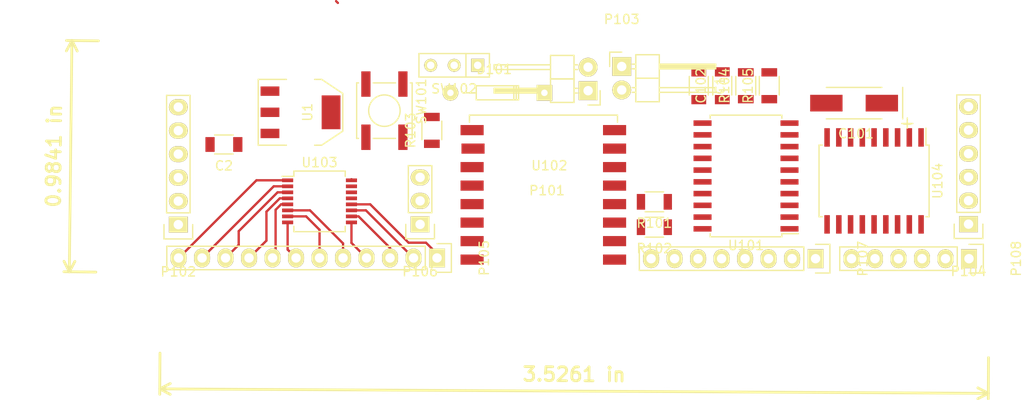
<source format=kicad_pcb>
(kicad_pcb (version 4) (host pcbnew 4.0.2-stable)

  (general
    (links 95)
    (no_connects 83)
    (area 108.463632 65.614999 219.1794 111.135597)
    (thickness 1.6)
    (drawings 2)
    (tracks 39)
    (zones 0)
    (modules 25)
    (nets 44)
  )

  (page A4)
  (layers
    (0 F.Cu signal)
    (31 B.Cu signal)
    (32 B.Adhes user)
    (33 F.Adhes user)
    (34 B.Paste user)
    (35 F.Paste user)
    (36 B.SilkS user)
    (37 F.SilkS user)
    (38 B.Mask user)
    (39 F.Mask user)
    (40 Dwgs.User user)
    (41 Cmts.User user)
    (42 Eco1.User user)
    (43 Eco2.User user)
    (44 Edge.Cuts user)
    (45 Margin user)
    (46 B.CrtYd user)
    (47 F.CrtYd user)
    (48 B.Fab user)
    (49 F.Fab user)
  )

  (setup
    (last_trace_width 0.3)
    (trace_clearance 0.3)
    (zone_clearance 0.508)
    (zone_45_only no)
    (trace_min 0.25)
    (segment_width 0.2)
    (edge_width 0.15)
    (via_size 0.6)
    (via_drill 0.4)
    (via_min_size 0.3)
    (via_min_drill 0.3)
    (uvia_size 0.3)
    (uvia_drill 0.1)
    (uvias_allowed yes)
    (uvia_min_size 0.2)
    (uvia_min_drill 0.1)
    (pcb_text_width 0.3)
    (pcb_text_size 1.5 1.5)
    (mod_edge_width 0.15)
    (mod_text_size 1 1)
    (mod_text_width 0.15)
    (pad_size 1.524 1.524)
    (pad_drill 0.762)
    (pad_to_mask_clearance 0.2)
    (aux_axis_origin 0 0)
    (visible_elements FFFFFF7F)
    (pcbplotparams
      (layerselection 0x00030_80000001)
      (usegerberextensions false)
      (excludeedgelayer true)
      (linewidth 0.100000)
      (plotframeref false)
      (viasonmask false)
      (mode 1)
      (useauxorigin false)
      (hpglpennumber 1)
      (hpglpenspeed 20)
      (hpglpendiameter 15)
      (hpglpenoverlay 2)
      (psnegative false)
      (psa4output false)
      (plotreference true)
      (plotvalue true)
      (plotinvisibletext false)
      (padsonsilk false)
      (subtractmaskfromsilk false)
      (outputformat 1)
      (mirror false)
      (drillshape 1)
      (scaleselection 1)
      (outputdirectory ""))
  )

  (net 0 "")
  (net 1 VDD)
  (net 2 GND)
  (net 3 VCC)
  (net 4 M1+)
  (net 5 M1-)
  (net 6 ENC1_A)
  (net 7 ENC1_B)
  (net 8 M2+)
  (net 9 M2-)
  (net 10 ENC2_A)
  (net 11 ENC2_B)
  (net 12 "Net-(P105-Pad1)")
  (net 13 "Net-(P105-Pad2)")
  (net 14 "Net-(P105-Pad3)")
  (net 15 "Net-(P105-Pad4)")
  (net 16 "Net-(P105-Pad5)")
  (net 17 "Net-(P105-Pad6)")
  (net 18 "Net-(P105-Pad7)")
  (net 19 "Net-(P105-Pad8)")
  (net 20 "Net-(P105-Pad9)")
  (net 21 "Net-(P105-Pad10)")
  (net 22 "Net-(P105-Pad11)")
  (net 23 "Net-(P105-Pad12)")
  (net 24 TX)
  (net 25 RX)
  (net 26 SDA)
  (net 27 SCL)
  (net 28 "Net-(R101-Pad2)")
  (net 29 "Net-(R102-Pad2)")
  (net 30 M1_A)
  (net 31 M1_B)
  (net 32 M2_B)
  (net 33 M2_A)
  (net 34 EN1)
  (net 35 EN2)
  (net 36 "Net-(P108-Pad3)")
  (net 37 "Net-(P108-Pad4)")
  (net 38 "Net-(P108-Pad5)")
  (net 39 "Net-(P108-Pad6)")
  (net 40 "Net-(R103-Pad1)")
  (net 41 "Net-(P103-Pad1)")
  (net 42 "Net-(D101-Pad2)")
  (net 43 "Net-(D101-Pad1)")

  (net_class Default "Esta es la clase de red por defecto."
    (clearance 0.3)
    (trace_width 0.3)
    (via_dia 0.6)
    (via_drill 0.4)
    (uvia_dia 0.3)
    (uvia_drill 0.1)
    (add_net EN1)
    (add_net EN2)
    (add_net ENC1_A)
    (add_net ENC1_B)
    (add_net ENC2_A)
    (add_net ENC2_B)
    (add_net M1+)
    (add_net M1-)
    (add_net M1_A)
    (add_net M1_B)
    (add_net M2+)
    (add_net M2-)
    (add_net M2_A)
    (add_net M2_B)
    (add_net "Net-(D101-Pad1)")
    (add_net "Net-(D101-Pad2)")
    (add_net "Net-(P108-Pad3)")
    (add_net "Net-(P108-Pad4)")
    (add_net "Net-(P108-Pad5)")
    (add_net "Net-(P108-Pad6)")
    (add_net "Net-(R101-Pad2)")
    (add_net "Net-(R102-Pad2)")
    (add_net "Net-(R103-Pad1)")
    (add_net RX)
    (add_net TX)
  )

  (net_class power ""
    (clearance 0.3)
    (trace_width 0.3)
    (via_dia 0.8)
    (via_drill 0.4)
    (uvia_dia 0.3)
    (uvia_drill 0.1)
    (add_net VCC)
  )

  (net_class small ""
    (clearance 0.25)
    (trace_width 0.25)
    (via_dia 0.6)
    (via_drill 0.4)
    (uvia_dia 0.3)
    (uvia_drill 0.1)
    (add_net "Net-(P103-Pad1)")
    (add_net "Net-(P105-Pad1)")
    (add_net "Net-(P105-Pad10)")
    (add_net "Net-(P105-Pad11)")
    (add_net "Net-(P105-Pad12)")
    (add_net "Net-(P105-Pad2)")
    (add_net "Net-(P105-Pad3)")
    (add_net "Net-(P105-Pad4)")
    (add_net "Net-(P105-Pad5)")
    (add_net "Net-(P105-Pad6)")
    (add_net "Net-(P105-Pad7)")
    (add_net "Net-(P105-Pad8)")
    (add_net "Net-(P105-Pad9)")
  )

  (net_class special ""
    (clearance 0.2)
    (trace_width 0.3)
    (via_dia 0.6)
    (via_drill 0.4)
    (uvia_dia 0.3)
    (uvia_drill 0.1)
    (add_net GND)
    (add_net SCL)
    (add_net SDA)
    (add_net VDD)
  )

  (net_class special+ ""
    (clearance 0.15)
    (trace_width 0.3)
    (via_dia 0.6)
    (via_drill 0.4)
    (uvia_dia 0.3)
    (uvia_drill 0.1)
  )

  (module Pin_Headers:Pin_Header_Angled_1x02 (layer F.Cu) (tedit 5721DD12) (tstamp 57140865)
    (at 171.831 75.7174 180)
    (descr "Through hole pin header")
    (tags "pin header")
    (path /57125BEC)
    (fp_text reference P101 (at 4.445 -10.795 180) (layer F.SilkS)
      (effects (font (size 1 1) (thickness 0.15)))
    )
    (fp_text value CONN_01X02 (at 0 -3.1 180) (layer F.Fab)
      (effects (font (size 1 1) (thickness 0.15)))
    )
    (fp_line (start -1.5 -1.75) (end -1.5 4.3) (layer F.CrtYd) (width 0.05))
    (fp_line (start 10.65 -1.75) (end 10.65 4.3) (layer F.CrtYd) (width 0.05))
    (fp_line (start -1.5 -1.75) (end 10.65 -1.75) (layer F.CrtYd) (width 0.05))
    (fp_line (start -1.5 4.3) (end 10.65 4.3) (layer F.CrtYd) (width 0.05))
    (fp_line (start -1.3 -1.55) (end -1.3 0) (layer F.SilkS) (width 0.15))
    (fp_line (start 0 -1.55) (end -1.3 -1.55) (layer F.SilkS) (width 0.15))
    (fp_line (start 4.191 -0.127) (end 10.033 -0.127) (layer F.SilkS) (width 0.15))
    (fp_line (start 10.033 -0.127) (end 10.033 0.127) (layer F.SilkS) (width 0.15))
    (fp_line (start 10.033 0.127) (end 4.191 0.127) (layer F.SilkS) (width 0.15))
    (fp_line (start 4.191 0.127) (end 4.191 0) (layer F.SilkS) (width 0.15))
    (fp_line (start 4.191 0) (end 10.033 0) (layer F.SilkS) (width 0.15))
    (fp_line (start 1.524 -0.254) (end 1.143 -0.254) (layer F.SilkS) (width 0.15))
    (fp_line (start 1.524 0.254) (end 1.143 0.254) (layer F.SilkS) (width 0.15))
    (fp_line (start 1.524 2.286) (end 1.143 2.286) (layer F.SilkS) (width 0.15))
    (fp_line (start 1.524 2.794) (end 1.143 2.794) (layer F.SilkS) (width 0.15))
    (fp_line (start 1.524 -1.27) (end 4.064 -1.27) (layer F.SilkS) (width 0.15))
    (fp_line (start 1.524 1.27) (end 4.064 1.27) (layer F.SilkS) (width 0.15))
    (fp_line (start 1.524 1.27) (end 1.524 3.81) (layer F.SilkS) (width 0.15))
    (fp_line (start 1.524 3.81) (end 4.064 3.81) (layer F.SilkS) (width 0.15))
    (fp_line (start 4.064 2.286) (end 10.16 2.286) (layer F.SilkS) (width 0.15))
    (fp_line (start 10.16 2.286) (end 10.16 2.794) (layer F.SilkS) (width 0.15))
    (fp_line (start 10.16 2.794) (end 4.064 2.794) (layer F.SilkS) (width 0.15))
    (fp_line (start 4.064 3.81) (end 4.064 1.27) (layer F.SilkS) (width 0.15))
    (fp_line (start 4.064 1.27) (end 4.064 -1.27) (layer F.SilkS) (width 0.15))
    (fp_line (start 10.16 0.254) (end 4.064 0.254) (layer F.SilkS) (width 0.15))
    (fp_line (start 10.16 -0.254) (end 10.16 0.254) (layer F.SilkS) (width 0.15))
    (fp_line (start 4.064 -0.254) (end 10.16 -0.254) (layer F.SilkS) (width 0.15))
    (fp_line (start 1.524 1.27) (end 4.064 1.27) (layer F.SilkS) (width 0.15))
    (fp_line (start 1.524 -1.27) (end 1.524 1.27) (layer F.SilkS) (width 0.15))
    (pad 1 thru_hole rect (at 0 0 180) (size 2.032 2.032) (drill 1.016) (layers *.Cu *.Mask F.SilkS)
      (net 2 GND))
    (pad 2 thru_hole oval (at 0 2.54 180) (size 2.032 2.032) (drill 1.016) (layers *.Cu *.Mask F.SilkS)
      (net 43 "Net-(D101-Pad1)"))
    (model Pin_Headers.3dshapes/Pin_Header_Angled_1x02.wrl
      (at (xyz 0 -0.05 0))
      (scale (xyz 1 1 1))
      (rotate (xyz 0 0 90))
    )
  )

  (module Pin_Headers:Pin_Header_Straight_1x06 (layer F.Cu) (tedit 0) (tstamp 5714087A)
    (at 127.5334 90.1954 180)
    (descr "Through hole pin header")
    (tags "pin header")
    (path /57125BDE)
    (fp_text reference P102 (at 0 -5.1 180) (layer F.SilkS)
      (effects (font (size 1 1) (thickness 0.15)))
    )
    (fp_text value CONN_01X06 (at 0 -3.1 180) (layer F.Fab)
      (effects (font (size 1 1) (thickness 0.15)))
    )
    (fp_line (start -1.75 -1.75) (end -1.75 14.45) (layer F.CrtYd) (width 0.05))
    (fp_line (start 1.75 -1.75) (end 1.75 14.45) (layer F.CrtYd) (width 0.05))
    (fp_line (start -1.75 -1.75) (end 1.75 -1.75) (layer F.CrtYd) (width 0.05))
    (fp_line (start -1.75 14.45) (end 1.75 14.45) (layer F.CrtYd) (width 0.05))
    (fp_line (start 1.27 1.27) (end 1.27 13.97) (layer F.SilkS) (width 0.15))
    (fp_line (start 1.27 13.97) (end -1.27 13.97) (layer F.SilkS) (width 0.15))
    (fp_line (start -1.27 13.97) (end -1.27 1.27) (layer F.SilkS) (width 0.15))
    (fp_line (start 1.55 -1.55) (end 1.55 0) (layer F.SilkS) (width 0.15))
    (fp_line (start 1.27 1.27) (end -1.27 1.27) (layer F.SilkS) (width 0.15))
    (fp_line (start -1.55 0) (end -1.55 -1.55) (layer F.SilkS) (width 0.15))
    (fp_line (start -1.55 -1.55) (end 1.55 -1.55) (layer F.SilkS) (width 0.15))
    (pad 1 thru_hole rect (at 0 0 180) (size 2.032 1.7272) (drill 1.016) (layers *.Cu *.Mask F.SilkS)
      (net 4 M1+))
    (pad 2 thru_hole oval (at 0 2.54 180) (size 2.032 1.7272) (drill 1.016) (layers *.Cu *.Mask F.SilkS)
      (net 5 M1-))
    (pad 3 thru_hole oval (at 0 5.08 180) (size 2.032 1.7272) (drill 1.016) (layers *.Cu *.Mask F.SilkS)
      (net 1 VDD))
    (pad 4 thru_hole oval (at 0 7.62 180) (size 2.032 1.7272) (drill 1.016) (layers *.Cu *.Mask F.SilkS)
      (net 2 GND))
    (pad 5 thru_hole oval (at 0 10.16 180) (size 2.032 1.7272) (drill 1.016) (layers *.Cu *.Mask F.SilkS)
      (net 6 ENC1_A))
    (pad 6 thru_hole oval (at 0 12.7 180) (size 2.032 1.7272) (drill 1.016) (layers *.Cu *.Mask F.SilkS)
      (net 7 ENC1_B))
    (model Pin_Headers.3dshapes/Pin_Header_Straight_1x06.wrl
      (at (xyz 0 -0.25 0))
      (scale (xyz 1 1 1))
      (rotate (xyz 0 0 90))
    )
  )

  (module Pin_Headers:Pin_Header_Angled_1x02 (layer F.Cu) (tedit 0) (tstamp 5714089D)
    (at 175.4632 73.1012)
    (descr "Through hole pin header")
    (tags "pin header")
    (path /57125BEB)
    (fp_text reference P103 (at 0 -5.1) (layer F.SilkS)
      (effects (font (size 1 1) (thickness 0.15)))
    )
    (fp_text value CONN_01X02 (at 0 -3.1) (layer F.Fab)
      (effects (font (size 1 1) (thickness 0.15)))
    )
    (fp_line (start -1.5 -1.75) (end -1.5 4.3) (layer F.CrtYd) (width 0.05))
    (fp_line (start 10.65 -1.75) (end 10.65 4.3) (layer F.CrtYd) (width 0.05))
    (fp_line (start -1.5 -1.75) (end 10.65 -1.75) (layer F.CrtYd) (width 0.05))
    (fp_line (start -1.5 4.3) (end 10.65 4.3) (layer F.CrtYd) (width 0.05))
    (fp_line (start -1.3 -1.55) (end -1.3 0) (layer F.SilkS) (width 0.15))
    (fp_line (start 0 -1.55) (end -1.3 -1.55) (layer F.SilkS) (width 0.15))
    (fp_line (start 4.191 -0.127) (end 10.033 -0.127) (layer F.SilkS) (width 0.15))
    (fp_line (start 10.033 -0.127) (end 10.033 0.127) (layer F.SilkS) (width 0.15))
    (fp_line (start 10.033 0.127) (end 4.191 0.127) (layer F.SilkS) (width 0.15))
    (fp_line (start 4.191 0.127) (end 4.191 0) (layer F.SilkS) (width 0.15))
    (fp_line (start 4.191 0) (end 10.033 0) (layer F.SilkS) (width 0.15))
    (fp_line (start 1.524 -0.254) (end 1.143 -0.254) (layer F.SilkS) (width 0.15))
    (fp_line (start 1.524 0.254) (end 1.143 0.254) (layer F.SilkS) (width 0.15))
    (fp_line (start 1.524 2.286) (end 1.143 2.286) (layer F.SilkS) (width 0.15))
    (fp_line (start 1.524 2.794) (end 1.143 2.794) (layer F.SilkS) (width 0.15))
    (fp_line (start 1.524 -1.27) (end 4.064 -1.27) (layer F.SilkS) (width 0.15))
    (fp_line (start 1.524 1.27) (end 4.064 1.27) (layer F.SilkS) (width 0.15))
    (fp_line (start 1.524 1.27) (end 1.524 3.81) (layer F.SilkS) (width 0.15))
    (fp_line (start 1.524 3.81) (end 4.064 3.81) (layer F.SilkS) (width 0.15))
    (fp_line (start 4.064 2.286) (end 10.16 2.286) (layer F.SilkS) (width 0.15))
    (fp_line (start 10.16 2.286) (end 10.16 2.794) (layer F.SilkS) (width 0.15))
    (fp_line (start 10.16 2.794) (end 4.064 2.794) (layer F.SilkS) (width 0.15))
    (fp_line (start 4.064 3.81) (end 4.064 1.27) (layer F.SilkS) (width 0.15))
    (fp_line (start 4.064 1.27) (end 4.064 -1.27) (layer F.SilkS) (width 0.15))
    (fp_line (start 10.16 0.254) (end 4.064 0.254) (layer F.SilkS) (width 0.15))
    (fp_line (start 10.16 -0.254) (end 10.16 0.254) (layer F.SilkS) (width 0.15))
    (fp_line (start 4.064 -0.254) (end 10.16 -0.254) (layer F.SilkS) (width 0.15))
    (fp_line (start 1.524 1.27) (end 4.064 1.27) (layer F.SilkS) (width 0.15))
    (fp_line (start 1.524 -1.27) (end 1.524 1.27) (layer F.SilkS) (width 0.15))
    (pad 1 thru_hole rect (at 0 0) (size 2.032 2.032) (drill 1.016) (layers *.Cu *.Mask F.SilkS)
      (net 41 "Net-(P103-Pad1)"))
    (pad 2 thru_hole oval (at 0 2.54) (size 2.032 2.032) (drill 1.016) (layers *.Cu *.Mask F.SilkS)
      (net 3 VCC))
    (model Pin_Headers.3dshapes/Pin_Header_Angled_1x02.wrl
      (at (xyz 0 -0.05 0))
      (scale (xyz 1 1 1))
      (rotate (xyz 0 0 90))
    )
  )

  (module Pin_Headers:Pin_Header_Straight_1x06 (layer F.Cu) (tedit 0) (tstamp 571408B2)
    (at 212.9536 90.1446 180)
    (descr "Through hole pin header")
    (tags "pin header")
    (path /57125BDD)
    (fp_text reference P104 (at 0 -5.1 180) (layer F.SilkS)
      (effects (font (size 1 1) (thickness 0.15)))
    )
    (fp_text value CONN_01X06 (at 0 -3.1 180) (layer F.Fab)
      (effects (font (size 1 1) (thickness 0.15)))
    )
    (fp_line (start -1.75 -1.75) (end -1.75 14.45) (layer F.CrtYd) (width 0.05))
    (fp_line (start 1.75 -1.75) (end 1.75 14.45) (layer F.CrtYd) (width 0.05))
    (fp_line (start -1.75 -1.75) (end 1.75 -1.75) (layer F.CrtYd) (width 0.05))
    (fp_line (start -1.75 14.45) (end 1.75 14.45) (layer F.CrtYd) (width 0.05))
    (fp_line (start 1.27 1.27) (end 1.27 13.97) (layer F.SilkS) (width 0.15))
    (fp_line (start 1.27 13.97) (end -1.27 13.97) (layer F.SilkS) (width 0.15))
    (fp_line (start -1.27 13.97) (end -1.27 1.27) (layer F.SilkS) (width 0.15))
    (fp_line (start 1.55 -1.55) (end 1.55 0) (layer F.SilkS) (width 0.15))
    (fp_line (start 1.27 1.27) (end -1.27 1.27) (layer F.SilkS) (width 0.15))
    (fp_line (start -1.55 0) (end -1.55 -1.55) (layer F.SilkS) (width 0.15))
    (fp_line (start -1.55 -1.55) (end 1.55 -1.55) (layer F.SilkS) (width 0.15))
    (pad 1 thru_hole rect (at 0 0 180) (size 2.032 1.7272) (drill 1.016) (layers *.Cu *.Mask F.SilkS)
      (net 8 M2+))
    (pad 2 thru_hole oval (at 0 2.54 180) (size 2.032 1.7272) (drill 1.016) (layers *.Cu *.Mask F.SilkS)
      (net 9 M2-))
    (pad 3 thru_hole oval (at 0 5.08 180) (size 2.032 1.7272) (drill 1.016) (layers *.Cu *.Mask F.SilkS)
      (net 1 VDD))
    (pad 4 thru_hole oval (at 0 7.62 180) (size 2.032 1.7272) (drill 1.016) (layers *.Cu *.Mask F.SilkS)
      (net 2 GND))
    (pad 5 thru_hole oval (at 0 10.16 180) (size 2.032 1.7272) (drill 1.016) (layers *.Cu *.Mask F.SilkS)
      (net 10 ENC2_A))
    (pad 6 thru_hole oval (at 0 12.7 180) (size 2.032 1.7272) (drill 1.016) (layers *.Cu *.Mask F.SilkS)
      (net 11 ENC2_B))
    (model Pin_Headers.3dshapes/Pin_Header_Straight_1x06.wrl
      (at (xyz 0 -0.25 0))
      (scale (xyz 1 1 1))
      (rotate (xyz 0 0 90))
    )
  )

  (module Pin_Headers:Pin_Header_Straight_1x12 (layer F.Cu) (tedit 0) (tstamp 571408CD)
    (at 155.4988 93.8022 270)
    (descr "Through hole pin header")
    (tags "pin header")
    (path /57125BDF)
    (fp_text reference P105 (at 0 -5.1 270) (layer F.SilkS)
      (effects (font (size 1 1) (thickness 0.15)))
    )
    (fp_text value CONN_01X12 (at 0 -3.1 270) (layer F.Fab)
      (effects (font (size 1 1) (thickness 0.15)))
    )
    (fp_line (start -1.75 -1.75) (end -1.75 29.7) (layer F.CrtYd) (width 0.05))
    (fp_line (start 1.75 -1.75) (end 1.75 29.7) (layer F.CrtYd) (width 0.05))
    (fp_line (start -1.75 -1.75) (end 1.75 -1.75) (layer F.CrtYd) (width 0.05))
    (fp_line (start -1.75 29.7) (end 1.75 29.7) (layer F.CrtYd) (width 0.05))
    (fp_line (start 1.27 1.27) (end 1.27 29.21) (layer F.SilkS) (width 0.15))
    (fp_line (start 1.27 29.21) (end -1.27 29.21) (layer F.SilkS) (width 0.15))
    (fp_line (start -1.27 29.21) (end -1.27 1.27) (layer F.SilkS) (width 0.15))
    (fp_line (start 1.55 -1.55) (end 1.55 0) (layer F.SilkS) (width 0.15))
    (fp_line (start 1.27 1.27) (end -1.27 1.27) (layer F.SilkS) (width 0.15))
    (fp_line (start -1.55 0) (end -1.55 -1.55) (layer F.SilkS) (width 0.15))
    (fp_line (start -1.55 -1.55) (end 1.55 -1.55) (layer F.SilkS) (width 0.15))
    (pad 1 thru_hole rect (at 0 0 270) (size 2.032 1.7272) (drill 1.016) (layers *.Cu *.Mask F.SilkS)
      (net 12 "Net-(P105-Pad1)"))
    (pad 2 thru_hole oval (at 0 2.54 270) (size 2.032 1.7272) (drill 1.016) (layers *.Cu *.Mask F.SilkS)
      (net 13 "Net-(P105-Pad2)"))
    (pad 3 thru_hole oval (at 0 5.08 270) (size 2.032 1.7272) (drill 1.016) (layers *.Cu *.Mask F.SilkS)
      (net 14 "Net-(P105-Pad3)"))
    (pad 4 thru_hole oval (at 0 7.62 270) (size 2.032 1.7272) (drill 1.016) (layers *.Cu *.Mask F.SilkS)
      (net 15 "Net-(P105-Pad4)"))
    (pad 5 thru_hole oval (at 0 10.16 270) (size 2.032 1.7272) (drill 1.016) (layers *.Cu *.Mask F.SilkS)
      (net 16 "Net-(P105-Pad5)"))
    (pad 6 thru_hole oval (at 0 12.7 270) (size 2.032 1.7272) (drill 1.016) (layers *.Cu *.Mask F.SilkS)
      (net 17 "Net-(P105-Pad6)"))
    (pad 7 thru_hole oval (at 0 15.24 270) (size 2.032 1.7272) (drill 1.016) (layers *.Cu *.Mask F.SilkS)
      (net 18 "Net-(P105-Pad7)"))
    (pad 8 thru_hole oval (at 0 17.78 270) (size 2.032 1.7272) (drill 1.016) (layers *.Cu *.Mask F.SilkS)
      (net 19 "Net-(P105-Pad8)"))
    (pad 9 thru_hole oval (at 0 20.32 270) (size 2.032 1.7272) (drill 1.016) (layers *.Cu *.Mask F.SilkS)
      (net 20 "Net-(P105-Pad9)"))
    (pad 10 thru_hole oval (at 0 22.86 270) (size 2.032 1.7272) (drill 1.016) (layers *.Cu *.Mask F.SilkS)
      (net 21 "Net-(P105-Pad10)"))
    (pad 11 thru_hole oval (at 0 25.4 270) (size 2.032 1.7272) (drill 1.016) (layers *.Cu *.Mask F.SilkS)
      (net 22 "Net-(P105-Pad11)"))
    (pad 12 thru_hole oval (at 0 27.94 270) (size 2.032 1.7272) (drill 1.016) (layers *.Cu *.Mask F.SilkS)
      (net 23 "Net-(P105-Pad12)"))
    (model Pin_Headers.3dshapes/Pin_Header_Straight_1x12.wrl
      (at (xyz 0 -0.55 0))
      (scale (xyz 1 1 1))
      (rotate (xyz 0 0 90))
    )
  )

  (module Pin_Headers:Pin_Header_Straight_1x03 (layer F.Cu) (tedit 0) (tstamp 571408DF)
    (at 153.67 90.17 180)
    (descr "Through hole pin header")
    (tags "pin header")
    (path /571460B6)
    (fp_text reference P106 (at 0 -5.1 180) (layer F.SilkS)
      (effects (font (size 1 1) (thickness 0.15)))
    )
    (fp_text value CONN_01X03 (at 0 -3.1 180) (layer F.Fab)
      (effects (font (size 1 1) (thickness 0.15)))
    )
    (fp_line (start -1.75 -1.75) (end -1.75 6.85) (layer F.CrtYd) (width 0.05))
    (fp_line (start 1.75 -1.75) (end 1.75 6.85) (layer F.CrtYd) (width 0.05))
    (fp_line (start -1.75 -1.75) (end 1.75 -1.75) (layer F.CrtYd) (width 0.05))
    (fp_line (start -1.75 6.85) (end 1.75 6.85) (layer F.CrtYd) (width 0.05))
    (fp_line (start -1.27 1.27) (end -1.27 6.35) (layer F.SilkS) (width 0.15))
    (fp_line (start -1.27 6.35) (end 1.27 6.35) (layer F.SilkS) (width 0.15))
    (fp_line (start 1.27 6.35) (end 1.27 1.27) (layer F.SilkS) (width 0.15))
    (fp_line (start 1.55 -1.55) (end 1.55 0) (layer F.SilkS) (width 0.15))
    (fp_line (start 1.27 1.27) (end -1.27 1.27) (layer F.SilkS) (width 0.15))
    (fp_line (start -1.55 0) (end -1.55 -1.55) (layer F.SilkS) (width 0.15))
    (fp_line (start -1.55 -1.55) (end 1.55 -1.55) (layer F.SilkS) (width 0.15))
    (pad 1 thru_hole rect (at 0 0 180) (size 2.032 1.7272) (drill 1.016) (layers *.Cu *.Mask F.SilkS)
      (net 24 TX))
    (pad 2 thru_hole oval (at 0 2.54 180) (size 2.032 1.7272) (drill 1.016) (layers *.Cu *.Mask F.SilkS)
      (net 2 GND))
    (pad 3 thru_hole oval (at 0 5.08 180) (size 2.032 1.7272) (drill 1.016) (layers *.Cu *.Mask F.SilkS)
      (net 25 RX))
    (model Pin_Headers.3dshapes/Pin_Header_Straight_1x03.wrl
      (at (xyz 0 -0.1 0))
      (scale (xyz 1 1 1))
      (rotate (xyz 0 0 90))
    )
  )

  (module Pin_Headers:Pin_Header_Straight_1x08 (layer F.Cu) (tedit 0) (tstamp 57140908)
    (at 196.4182 93.8784 270)
    (descr "Through hole pin header")
    (tags "pin header")
    (path /5713D03F)
    (fp_text reference P107 (at 0 -5.1 270) (layer F.SilkS)
      (effects (font (size 1 1) (thickness 0.15)))
    )
    (fp_text value CONN_I2C_MPU6050 (at 0 -3.1 270) (layer F.Fab)
      (effects (font (size 1 1) (thickness 0.15)))
    )
    (fp_line (start -1.75 -1.75) (end -1.75 19.55) (layer F.CrtYd) (width 0.05))
    (fp_line (start 1.75 -1.75) (end 1.75 19.55) (layer F.CrtYd) (width 0.05))
    (fp_line (start -1.75 -1.75) (end 1.75 -1.75) (layer F.CrtYd) (width 0.05))
    (fp_line (start -1.75 19.55) (end 1.75 19.55) (layer F.CrtYd) (width 0.05))
    (fp_line (start 1.27 1.27) (end 1.27 19.05) (layer F.SilkS) (width 0.15))
    (fp_line (start 1.27 19.05) (end -1.27 19.05) (layer F.SilkS) (width 0.15))
    (fp_line (start -1.27 19.05) (end -1.27 1.27) (layer F.SilkS) (width 0.15))
    (fp_line (start 1.55 -1.55) (end 1.55 0) (layer F.SilkS) (width 0.15))
    (fp_line (start 1.27 1.27) (end -1.27 1.27) (layer F.SilkS) (width 0.15))
    (fp_line (start -1.55 0) (end -1.55 -1.55) (layer F.SilkS) (width 0.15))
    (fp_line (start -1.55 -1.55) (end 1.55 -1.55) (layer F.SilkS) (width 0.15))
    (pad 1 thru_hole rect (at 0 0 270) (size 2.032 1.7272) (drill 1.016) (layers *.Cu *.Mask F.SilkS))
    (pad 2 thru_hole oval (at 0 2.54 270) (size 2.032 1.7272) (drill 1.016) (layers *.Cu *.Mask F.SilkS)
      (net 2 GND))
    (pad 3 thru_hole oval (at 0 5.08 270) (size 2.032 1.7272) (drill 1.016) (layers *.Cu *.Mask F.SilkS))
    (pad 4 thru_hole oval (at 0 7.62 270) (size 2.032 1.7272) (drill 1.016) (layers *.Cu *.Mask F.SilkS))
    (pad 5 thru_hole oval (at 0 10.16 270) (size 2.032 1.7272) (drill 1.016) (layers *.Cu *.Mask F.SilkS)
      (net 26 SDA))
    (pad 6 thru_hole oval (at 0 12.7 270) (size 2.032 1.7272) (drill 1.016) (layers *.Cu *.Mask F.SilkS)
      (net 27 SCL))
    (pad 7 thru_hole oval (at 0 15.24 270) (size 2.032 1.7272) (drill 1.016) (layers *.Cu *.Mask F.SilkS)
      (net 2 GND))
    (pad 8 thru_hole oval (at 0 17.78 270) (size 2.032 1.7272) (drill 1.016) (layers *.Cu *.Mask F.SilkS)
      (net 1 VDD))
    (model Pin_Headers.3dshapes/Pin_Header_Straight_1x08.wrl
      (at (xyz 0 -0.35 0))
      (scale (xyz 1 1 1))
      (rotate (xyz 0 0 90))
    )
  )

  (module TO_SOT_Packages_SMD:SOT-223 (layer F.Cu) (tedit 0) (tstamp 57140998)
    (at 140.7414 78.0542 270)
    (descr "module CMS SOT223 4 pins")
    (tags "CMS SOT")
    (path /57126BEE/57126C2F)
    (attr smd)
    (fp_text reference U1 (at 0 -0.762 270) (layer F.SilkS)
      (effects (font (size 1 1) (thickness 0.15)))
    )
    (fp_text value LD1117S33TR (at 0 0.762 270) (layer F.Fab)
      (effects (font (size 1 1) (thickness 0.15)))
    )
    (fp_line (start -3.556 1.524) (end -3.556 4.572) (layer F.SilkS) (width 0.15))
    (fp_line (start -3.556 4.572) (end 3.556 4.572) (layer F.SilkS) (width 0.15))
    (fp_line (start 3.556 4.572) (end 3.556 1.524) (layer F.SilkS) (width 0.15))
    (fp_line (start -3.556 -1.524) (end -3.556 -2.286) (layer F.SilkS) (width 0.15))
    (fp_line (start -3.556 -2.286) (end -2.032 -4.572) (layer F.SilkS) (width 0.15))
    (fp_line (start -2.032 -4.572) (end 2.032 -4.572) (layer F.SilkS) (width 0.15))
    (fp_line (start 2.032 -4.572) (end 3.556 -2.286) (layer F.SilkS) (width 0.15))
    (fp_line (start 3.556 -2.286) (end 3.556 -1.524) (layer F.SilkS) (width 0.15))
    (pad 4 smd rect (at 0 -3.302 270) (size 3.6576 2.032) (layers F.Cu F.Paste F.Mask))
    (pad 2 smd rect (at 0 3.302 270) (size 1.016 2.032) (layers F.Cu F.Paste F.Mask)
      (net 1 VDD))
    (pad 3 smd rect (at 2.286 3.302 270) (size 1.016 2.032) (layers F.Cu F.Paste F.Mask)
      (net 3 VCC))
    (pad 1 smd rect (at -2.286 3.302 270) (size 1.016 2.032) (layers F.Cu F.Paste F.Mask)
      (net 2 GND))
    (model TO_SOT_Packages_SMD.3dshapes/SOT-223.wrl
      (at (xyz 0 0 0))
      (scale (xyz 0.4 0.4 0.4))
      (rotate (xyz 0 0 0))
    )
  )

  (module Housings_SOIC:SOIC-20_7.5x12.8mm_Pitch1.27mm (layer F.Cu) (tedit 54130A77) (tstamp 571409BB)
    (at 188.8998 84.9376 180)
    (descr "20-Lead Plastic Small Outline (SO) - Wide, 7.50 mm Body [SOIC] (see Microchip Packaging Specification 00000049BS.pdf)")
    (tags "SOIC 1.27")
    (path /5714092A)
    (attr smd)
    (fp_text reference U101 (at 0 -7.5 180) (layer F.SilkS)
      (effects (font (size 1 1) (thickness 0.15)))
    )
    (fp_text value L293DD (at 0 7.5 180) (layer F.Fab)
      (effects (font (size 1 1) (thickness 0.15)))
    )
    (fp_line (start -5.95 -6.75) (end -5.95 6.75) (layer F.CrtYd) (width 0.05))
    (fp_line (start 5.95 -6.75) (end 5.95 6.75) (layer F.CrtYd) (width 0.05))
    (fp_line (start -5.95 -6.75) (end 5.95 -6.75) (layer F.CrtYd) (width 0.05))
    (fp_line (start -5.95 6.75) (end 5.95 6.75) (layer F.CrtYd) (width 0.05))
    (fp_line (start -3.875 -6.575) (end -3.875 -6.24) (layer F.SilkS) (width 0.15))
    (fp_line (start 3.875 -6.575) (end 3.875 -6.24) (layer F.SilkS) (width 0.15))
    (fp_line (start 3.875 6.575) (end 3.875 6.24) (layer F.SilkS) (width 0.15))
    (fp_line (start -3.875 6.575) (end -3.875 6.24) (layer F.SilkS) (width 0.15))
    (fp_line (start -3.875 -6.575) (end 3.875 -6.575) (layer F.SilkS) (width 0.15))
    (fp_line (start -3.875 6.575) (end 3.875 6.575) (layer F.SilkS) (width 0.15))
    (fp_line (start -3.875 -6.24) (end -5.675 -6.24) (layer F.SilkS) (width 0.15))
    (pad 1 smd rect (at -4.7 -5.715 180) (size 1.95 0.6) (layers F.Cu F.Paste F.Mask)
      (net 34 EN1))
    (pad 2 smd rect (at -4.7 -4.445 180) (size 1.95 0.6) (layers F.Cu F.Paste F.Mask)
      (net 30 M1_A))
    (pad 3 smd rect (at -4.7 -3.175 180) (size 1.95 0.6) (layers F.Cu F.Paste F.Mask)
      (net 4 M1+))
    (pad 4 smd rect (at -4.7 -1.905 180) (size 1.95 0.6) (layers F.Cu F.Paste F.Mask)
      (net 2 GND))
    (pad 5 smd rect (at -4.7 -0.635 180) (size 1.95 0.6) (layers F.Cu F.Paste F.Mask)
      (net 2 GND))
    (pad 6 smd rect (at -4.7 0.635 180) (size 1.95 0.6) (layers F.Cu F.Paste F.Mask)
      (net 2 GND))
    (pad 7 smd rect (at -4.7 1.905 180) (size 1.95 0.6) (layers F.Cu F.Paste F.Mask)
      (net 2 GND))
    (pad 8 smd rect (at -4.7 3.175 180) (size 1.95 0.6) (layers F.Cu F.Paste F.Mask)
      (net 5 M1-))
    (pad 9 smd rect (at -4.7 4.445 180) (size 1.95 0.6) (layers F.Cu F.Paste F.Mask)
      (net 31 M1_B))
    (pad 10 smd rect (at -4.7 5.715 180) (size 1.95 0.6) (layers F.Cu F.Paste F.Mask)
      (net 3 VCC))
    (pad 11 smd rect (at 4.7 5.715 180) (size 1.95 0.6) (layers F.Cu F.Paste F.Mask)
      (net 35 EN2))
    (pad 12 smd rect (at 4.7 4.445 180) (size 1.95 0.6) (layers F.Cu F.Paste F.Mask)
      (net 32 M2_B))
    (pad 13 smd rect (at 4.7 3.175 180) (size 1.95 0.6) (layers F.Cu F.Paste F.Mask)
      (net 9 M2-))
    (pad 14 smd rect (at 4.7 1.905 180) (size 1.95 0.6) (layers F.Cu F.Paste F.Mask)
      (net 2 GND))
    (pad 15 smd rect (at 4.7 0.635 180) (size 1.95 0.6) (layers F.Cu F.Paste F.Mask)
      (net 2 GND))
    (pad 16 smd rect (at 4.7 -0.635 180) (size 1.95 0.6) (layers F.Cu F.Paste F.Mask)
      (net 2 GND))
    (pad 17 smd rect (at 4.7 -1.905 180) (size 1.95 0.6) (layers F.Cu F.Paste F.Mask)
      (net 2 GND))
    (pad 18 smd rect (at 4.7 -3.175 180) (size 1.95 0.6) (layers F.Cu F.Paste F.Mask)
      (net 8 M2+))
    (pad 19 smd rect (at 4.7 -4.445 180) (size 1.95 0.6) (layers F.Cu F.Paste F.Mask)
      (net 33 M2_A))
    (pad 20 smd rect (at 4.7 -5.715 180) (size 1.95 0.6) (layers F.Cu F.Paste F.Mask)
      (net 1 VDD))
    (model Housings_SOIC.3dshapes/SOIC-20_7.5x12.8mm_Pitch1.27mm.wrl
      (at (xyz 0 0 0))
      (scale (xyz 1 1 1))
      (rotate (xyz 0 0 0))
    )
  )

  (module ESP8266:ESP-12 (layer F.Cu) (tedit 5721DD2A) (tstamp 571409E3)
    (at 173.99 93.98 180)
    (descr "Module, ESP-8266, ESP-12, 16 pad, SMD")
    (tags "Module ESP-8266 ESP8266")
    (path /57125BD1)
    (fp_text reference U102 (at 6.35 10.16 180) (layer F.SilkS)
      (effects (font (size 1 1) (thickness 0.15)))
    )
    (fp_text value ESP-12 (at 6.992 1 180) (layer F.Fab)
      (effects (font (size 1 1) (thickness 0.15)))
    )
    (fp_line (start -2.25 -0.5) (end -2.25 -8.75) (layer F.CrtYd) (width 0.05))
    (fp_line (start -2.25 -8.75) (end 15.25 -8.75) (layer F.CrtYd) (width 0.05))
    (fp_line (start 15.25 -8.75) (end 16.25 -8.75) (layer F.CrtYd) (width 0.05))
    (fp_line (start 16.25 -8.75) (end 16.25 16) (layer F.CrtYd) (width 0.05))
    (fp_line (start 16.25 16) (end -2.25 16) (layer F.CrtYd) (width 0.05))
    (fp_line (start -2.25 16) (end -2.25 -0.5) (layer F.CrtYd) (width 0.05))
    (fp_line (start -1.016 -8.382) (end 14.986 -8.382) (layer F.CrtYd) (width 0.1524))
    (fp_line (start 14.986 -8.382) (end 14.986 -0.889) (layer F.CrtYd) (width 0.1524))
    (fp_line (start -1.016 -8.382) (end -1.016 -1.016) (layer F.CrtYd) (width 0.1524))
    (fp_line (start -1.016 14.859) (end -1.016 15.621) (layer F.SilkS) (width 0.1524))
    (fp_line (start -1.016 15.621) (end 14.986 15.621) (layer F.SilkS) (width 0.1524))
    (fp_line (start 14.986 15.621) (end 14.986 14.859) (layer F.SilkS) (width 0.1524))
    (fp_line (start 14.992 -8.4) (end -1.008 -2.6) (layer F.CrtYd) (width 0.1524))
    (fp_line (start -1.008 -8.4) (end 14.992 -2.6) (layer F.CrtYd) (width 0.1524))
    (fp_text user "No Copper" (at 6.892 -5.4 180) (layer F.CrtYd)
      (effects (font (size 1 1) (thickness 0.15)))
    )
    (fp_line (start -1.008 -2.6) (end 14.992 -2.6) (layer F.CrtYd) (width 0.1524))
    (fp_line (start 15 -8.4) (end 15 15.6) (layer F.Fab) (width 0.05))
    (fp_line (start 14.992 15.6) (end -1.008 15.6) (layer F.Fab) (width 0.05))
    (fp_line (start -1.008 15.6) (end -1.008 -8.4) (layer F.Fab) (width 0.05))
    (fp_line (start -1.008 -8.4) (end 14.992 -8.4) (layer F.Fab) (width 0.05))
    (pad 1 smd rect (at 0 0 180) (size 2.5 1.1) (drill (offset -0.7 0)) (layers F.Cu F.Paste F.Mask)
      (net 29 "Net-(R102-Pad2)"))
    (pad 2 smd rect (at 0 2 180) (size 2.5 1.1) (drill (offset -0.7 0)) (layers F.Cu F.Paste F.Mask))
    (pad 3 smd rect (at 0 4 180) (size 2.5 1.1) (drill (offset -0.7 0)) (layers F.Cu F.Paste F.Mask)
      (net 28 "Net-(R101-Pad2)"))
    (pad 4 smd rect (at 0 6 180) (size 2.5 1.1) (drill (offset -0.7 0)) (layers F.Cu F.Paste F.Mask)
      (net 6 ENC1_A))
    (pad 5 smd rect (at 0 8 180) (size 2.5 1.1) (drill (offset -0.7 0)) (layers F.Cu F.Paste F.Mask)
      (net 10 ENC2_A))
    (pad 6 smd rect (at 0 10 180) (size 2.5 1.1) (drill (offset -0.7 0)) (layers F.Cu F.Paste F.Mask)
      (net 7 ENC1_B))
    (pad 7 smd rect (at 0 12 180) (size 2.5 1.1) (drill (offset -0.7 0)) (layers F.Cu F.Paste F.Mask)
      (net 11 ENC2_B))
    (pad 8 smd rect (at 0 14 180) (size 2.5 1.1) (drill (offset -0.7 0)) (layers F.Cu F.Paste F.Mask)
      (net 1 VDD))
    (pad 9 smd rect (at 14 14 180) (size 2.5 1.1) (drill (offset 0.7 0)) (layers F.Cu F.Paste F.Mask)
      (net 2 GND))
    (pad 10 smd rect (at 14 12 180) (size 2.5 1.1) (drill (offset 0.6 0)) (layers F.Cu F.Paste F.Mask)
      (net 40 "Net-(R103-Pad1)"))
    (pad 11 smd rect (at 14 10 180) (size 2.5 1.1) (drill (offset 0.7 0)) (layers F.Cu F.Paste F.Mask)
      (net 34 EN1))
    (pad 12 smd rect (at 14 8 180) (size 2.5 1.1) (drill (offset 0.7 0)) (layers F.Cu F.Paste F.Mask)
      (net 27 SCL))
    (pad 13 smd rect (at 14 6 180) (size 2.5 1.1) (drill (offset 0.7 0)) (layers F.Cu F.Paste F.Mask)
      (net 26 SDA))
    (pad 14 smd rect (at 14 4 180) (size 2.5 1.1) (drill (offset 0.7 0)) (layers F.Cu F.Paste F.Mask)
      (net 35 EN2))
    (pad 15 smd rect (at 14 2 180) (size 2.5 1.1) (drill (offset 0.7 0)) (layers F.Cu F.Paste F.Mask)
      (net 25 RX))
    (pad 16 smd rect (at 14 0 180) (size 2.5 1.1) (drill (offset 0.7 0)) (layers F.Cu F.Paste F.Mask)
      (net 24 TX))
    (model ${ESPLIB}/ESP8266.3dshapes/ESP-12.wrl
      (at (xyz 0 0 0))
      (scale (xyz 0.3937 0.3937 0.3937))
      (rotate (xyz 0 0 0))
    )
  )

  (module Housings_SOIC:SOIC-18_7.5x11.6mm_Pitch1.27mm (layer F.Cu) (tedit 54130A77) (tstamp 57140A1E)
    (at 202.7428 85.471 270)
    (descr "18-Lead Plastic Small Outline (SO) - Wide, 7.50 mm Body [SOIC] (see Microchip Packaging Specification 00000049BS.pdf)")
    (tags "SOIC 1.27")
    (path /57125BD4)
    (attr smd)
    (fp_text reference U104 (at 0 -6.875 270) (layer F.SilkS)
      (effects (font (size 1 1) (thickness 0.15)))
    )
    (fp_text value MCP23008 (at 0 6.875 270) (layer F.Fab)
      (effects (font (size 1 1) (thickness 0.15)))
    )
    (fp_line (start -5.95 -6.15) (end -5.95 6.15) (layer F.CrtYd) (width 0.05))
    (fp_line (start 5.95 -6.15) (end 5.95 6.15) (layer F.CrtYd) (width 0.05))
    (fp_line (start -5.95 -6.15) (end 5.95 -6.15) (layer F.CrtYd) (width 0.05))
    (fp_line (start -5.95 6.15) (end 5.95 6.15) (layer F.CrtYd) (width 0.05))
    (fp_line (start -3.875 -5.95) (end -3.875 -5.605) (layer F.SilkS) (width 0.15))
    (fp_line (start 3.875 -5.95) (end 3.875 -5.605) (layer F.SilkS) (width 0.15))
    (fp_line (start 3.875 5.95) (end 3.875 5.605) (layer F.SilkS) (width 0.15))
    (fp_line (start -3.875 5.95) (end -3.875 5.605) (layer F.SilkS) (width 0.15))
    (fp_line (start -3.875 -5.95) (end 3.875 -5.95) (layer F.SilkS) (width 0.15))
    (fp_line (start -3.875 5.95) (end 3.875 5.95) (layer F.SilkS) (width 0.15))
    (fp_line (start -3.875 -5.605) (end -5.7 -5.605) (layer F.SilkS) (width 0.15))
    (pad 1 smd rect (at -4.7 -5.08 270) (size 2 0.6) (layers F.Cu F.Paste F.Mask)
      (net 27 SCL))
    (pad 2 smd rect (at -4.7 -3.81 270) (size 2 0.6) (layers F.Cu F.Paste F.Mask)
      (net 26 SDA))
    (pad 3 smd rect (at -4.7 -2.54 270) (size 2 0.6) (layers F.Cu F.Paste F.Mask)
      (net 1 VDD))
    (pad 4 smd rect (at -4.7 -1.27 270) (size 2 0.6) (layers F.Cu F.Paste F.Mask)
      (net 2 GND))
    (pad 5 smd rect (at -4.7 0 270) (size 2 0.6) (layers F.Cu F.Paste F.Mask)
      (net 2 GND))
    (pad 6 smd rect (at -4.7 1.27 270) (size 2 0.6) (layers F.Cu F.Paste F.Mask)
      (net 1 VDD))
    (pad 7 smd rect (at -4.7 2.54 270) (size 2 0.6) (layers F.Cu F.Paste F.Mask))
    (pad 8 smd rect (at -4.7 3.81 270) (size 2 0.6) (layers F.Cu F.Paste F.Mask))
    (pad 9 smd rect (at -4.7 5.08 270) (size 2 0.6) (layers F.Cu F.Paste F.Mask)
      (net 2 GND))
    (pad 10 smd rect (at 4.7 5.08 270) (size 2 0.6) (layers F.Cu F.Paste F.Mask)
      (net 30 M1_A))
    (pad 11 smd rect (at 4.7 3.81 270) (size 2 0.6) (layers F.Cu F.Paste F.Mask)
      (net 31 M1_B))
    (pad 12 smd rect (at 4.7 2.54 270) (size 2 0.6) (layers F.Cu F.Paste F.Mask)
      (net 33 M2_A))
    (pad 13 smd rect (at 4.7 1.27 270) (size 2 0.6) (layers F.Cu F.Paste F.Mask)
      (net 32 M2_B))
    (pad 14 smd rect (at 4.7 0 270) (size 2 0.6) (layers F.Cu F.Paste F.Mask)
      (net 39 "Net-(P108-Pad6)"))
    (pad 15 smd rect (at 4.7 -1.27 270) (size 2 0.6) (layers F.Cu F.Paste F.Mask)
      (net 38 "Net-(P108-Pad5)"))
    (pad 16 smd rect (at 4.7 -2.54 270) (size 2 0.6) (layers F.Cu F.Paste F.Mask)
      (net 37 "Net-(P108-Pad4)"))
    (pad 17 smd rect (at 4.7 -3.81 270) (size 2 0.6) (layers F.Cu F.Paste F.Mask)
      (net 36 "Net-(P108-Pad3)"))
    (pad 18 smd rect (at 4.7 -5.08 270) (size 2 0.6) (layers F.Cu F.Paste F.Mask)
      (net 1 VDD))
    (model Housings_SOIC.3dshapes/SOIC-18_7.5x11.6mm_Pitch1.27mm.wrl
      (at (xyz 0 0 0))
      (scale (xyz 1 1 1))
      (rotate (xyz 0 0 0))
    )
  )

  (module Pin_Headers:Pin_Header_Straight_1x06 (layer F.Cu) (tedit 0) (tstamp 571559D6)
    (at 213.0044 93.8784 270)
    (descr "Through hole pin header")
    (tags "pin header")
    (path /571568CA)
    (fp_text reference P108 (at 0 -5.1 270) (layer F.SilkS)
      (effects (font (size 1 1) (thickness 0.15)))
    )
    (fp_text value CONN_PINES_DIG (at 0 -3.1 270) (layer F.Fab)
      (effects (font (size 1 1) (thickness 0.15)))
    )
    (fp_line (start -1.75 -1.75) (end -1.75 14.45) (layer F.CrtYd) (width 0.05))
    (fp_line (start 1.75 -1.75) (end 1.75 14.45) (layer F.CrtYd) (width 0.05))
    (fp_line (start -1.75 -1.75) (end 1.75 -1.75) (layer F.CrtYd) (width 0.05))
    (fp_line (start -1.75 14.45) (end 1.75 14.45) (layer F.CrtYd) (width 0.05))
    (fp_line (start 1.27 1.27) (end 1.27 13.97) (layer F.SilkS) (width 0.15))
    (fp_line (start 1.27 13.97) (end -1.27 13.97) (layer F.SilkS) (width 0.15))
    (fp_line (start -1.27 13.97) (end -1.27 1.27) (layer F.SilkS) (width 0.15))
    (fp_line (start 1.55 -1.55) (end 1.55 0) (layer F.SilkS) (width 0.15))
    (fp_line (start 1.27 1.27) (end -1.27 1.27) (layer F.SilkS) (width 0.15))
    (fp_line (start -1.55 0) (end -1.55 -1.55) (layer F.SilkS) (width 0.15))
    (fp_line (start -1.55 -1.55) (end 1.55 -1.55) (layer F.SilkS) (width 0.15))
    (pad 1 thru_hole rect (at 0 0 270) (size 2.032 1.7272) (drill 1.016) (layers *.Cu *.Mask F.SilkS)
      (net 2 GND))
    (pad 2 thru_hole oval (at 0 2.54 270) (size 2.032 1.7272) (drill 1.016) (layers *.Cu *.Mask F.SilkS)
      (net 1 VDD))
    (pad 3 thru_hole oval (at 0 5.08 270) (size 2.032 1.7272) (drill 1.016) (layers *.Cu *.Mask F.SilkS)
      (net 36 "Net-(P108-Pad3)"))
    (pad 4 thru_hole oval (at 0 7.62 270) (size 2.032 1.7272) (drill 1.016) (layers *.Cu *.Mask F.SilkS)
      (net 37 "Net-(P108-Pad4)"))
    (pad 5 thru_hole oval (at 0 10.16 270) (size 2.032 1.7272) (drill 1.016) (layers *.Cu *.Mask F.SilkS)
      (net 38 "Net-(P108-Pad5)"))
    (pad 6 thru_hole oval (at 0 12.7 270) (size 2.032 1.7272) (drill 1.016) (layers *.Cu *.Mask F.SilkS)
      (net 39 "Net-(P108-Pad6)"))
    (model Pin_Headers.3dshapes/Pin_Header_Straight_1x06.wrl
      (at (xyz 0 -0.25 0))
      (scale (xyz 1 1 1))
      (rotate (xyz 0 0 90))
    )
  )

  (module Housings_SSOP:SSOP-16_5.3x6.2mm_Pitch0.65mm (layer F.Cu) (tedit 54130A77) (tstamp 571559DF)
    (at 142.7988 87.6808)
    (descr "SSOP16: plastic shrink small outline package; 16 leads; body width 5.3 mm; (see NXP SSOP-TSSOP-VSO-REFLOW.pdf and sot338-1_po.pdf)")
    (tags "SSOP 0.65")
    (path /57125BDB)
    (attr smd)
    (fp_text reference U103 (at 0 -4.2) (layer F.SilkS)
      (effects (font (size 1 1) (thickness 0.15)))
    )
    (fp_text value MAX11605EEE+ (at 0 4.2) (layer F.Fab)
      (effects (font (size 1 1) (thickness 0.15)))
    )
    (fp_line (start -4.3 -3.45) (end -4.3 3.45) (layer F.CrtYd) (width 0.05))
    (fp_line (start 4.3 -3.45) (end 4.3 3.45) (layer F.CrtYd) (width 0.05))
    (fp_line (start -4.3 -3.45) (end 4.3 -3.45) (layer F.CrtYd) (width 0.05))
    (fp_line (start -4.3 3.45) (end 4.3 3.45) (layer F.CrtYd) (width 0.05))
    (fp_line (start -2.775 -3.275) (end -2.775 -2.7) (layer F.SilkS) (width 0.15))
    (fp_line (start 2.775 -3.275) (end 2.775 -2.7) (layer F.SilkS) (width 0.15))
    (fp_line (start 2.775 3.275) (end 2.775 2.7) (layer F.SilkS) (width 0.15))
    (fp_line (start -2.775 3.275) (end -2.775 2.7) (layer F.SilkS) (width 0.15))
    (fp_line (start -2.775 -3.275) (end 2.775 -3.275) (layer F.SilkS) (width 0.15))
    (fp_line (start -2.775 3.275) (end 2.775 3.275) (layer F.SilkS) (width 0.15))
    (fp_line (start -2.775 -2.7) (end -4.05 -2.7) (layer F.SilkS) (width 0.15))
    (pad 1 smd rect (at -3.45 -2.275) (size 1.2 0.4) (layers F.Cu F.Paste F.Mask)
      (net 23 "Net-(P105-Pad12)"))
    (pad 2 smd rect (at -3.45 -1.625) (size 1.2 0.4) (layers F.Cu F.Paste F.Mask)
      (net 22 "Net-(P105-Pad11)"))
    (pad 3 smd rect (at -3.45 -0.975) (size 1.2 0.4) (layers F.Cu F.Paste F.Mask)
      (net 21 "Net-(P105-Pad10)"))
    (pad 4 smd rect (at -3.45 -0.325) (size 1.2 0.4) (layers F.Cu F.Paste F.Mask)
      (net 20 "Net-(P105-Pad9)"))
    (pad 5 smd rect (at -3.45 0.325) (size 1.2 0.4) (layers F.Cu F.Paste F.Mask)
      (net 19 "Net-(P105-Pad8)"))
    (pad 6 smd rect (at -3.45 0.975) (size 1.2 0.4) (layers F.Cu F.Paste F.Mask)
      (net 16 "Net-(P105-Pad5)"))
    (pad 7 smd rect (at -3.45 1.625) (size 1.2 0.4) (layers F.Cu F.Paste F.Mask)
      (net 17 "Net-(P105-Pad6)"))
    (pad 8 smd rect (at -3.45 2.275) (size 1.2 0.4) (layers F.Cu F.Paste F.Mask)
      (net 18 "Net-(P105-Pad7)"))
    (pad 9 smd rect (at 3.45 2.275) (size 1.2 0.4) (layers F.Cu F.Paste F.Mask)
      (net 15 "Net-(P105-Pad4)"))
    (pad 10 smd rect (at 3.45 1.625) (size 1.2 0.4) (layers F.Cu F.Paste F.Mask)
      (net 14 "Net-(P105-Pad3)"))
    (pad 11 smd rect (at 3.45 0.975) (size 1.2 0.4) (layers F.Cu F.Paste F.Mask)
      (net 13 "Net-(P105-Pad2)"))
    (pad 12 smd rect (at 3.45 0.325) (size 1.2 0.4) (layers F.Cu F.Paste F.Mask)
      (net 12 "Net-(P105-Pad1)"))
    (pad 13 smd rect (at 3.45 -0.325) (size 1.2 0.4) (layers F.Cu F.Paste F.Mask)
      (net 27 SCL))
    (pad 14 smd rect (at 3.45 -0.975) (size 1.2 0.4) (layers F.Cu F.Paste F.Mask)
      (net 26 SDA))
    (pad 15 smd rect (at 3.45 -1.625) (size 1.2 0.4) (layers F.Cu F.Paste F.Mask)
      (net 2 GND))
    (pad 16 smd rect (at 3.45 -2.275) (size 1.2 0.4) (layers F.Cu F.Paste F.Mask)
      (net 1 VDD))
    (model Housings_SSOP.3dshapes/SSOP-16_5.3x6.2mm_Pitch0.65mm.wrl
      (at (xyz 0 0 0))
      (scale (xyz 1 1 1))
      (rotate (xyz 0 0 0))
    )
  )

  (module Capacitors_Tantalum_SMD:TantalC_SizeC_EIA-6032_HandSoldering (layer F.Cu) (tedit 0) (tstamp 57155B2C)
    (at 200.5838 77.0636 180)
    (descr "Tantal Cap. , Size C, EIA-6032, Hand Soldering,")
    (tags "Tantal Cap. , Size C, EIA-6032, Hand Soldering,")
    (path /5715447A)
    (attr smd)
    (fp_text reference C101 (at -0.20066 -3.29946 180) (layer F.SilkS)
      (effects (font (size 1 1) (thickness 0.15)))
    )
    (fp_text value 10u (at -0.09906 3.59918 180) (layer F.Fab)
      (effects (font (size 1 1) (thickness 0.15)))
    )
    (fp_line (start -5.25018 -1.69926) (end -5.25018 1.69926) (layer F.SilkS) (width 0.15))
    (fp_line (start 2.99974 1.69926) (end -2.99974 1.69926) (layer F.SilkS) (width 0.15))
    (fp_line (start 2.99974 -1.69926) (end -2.99974 -1.69926) (layer F.SilkS) (width 0.15))
    (fp_text user + (at -5.75056 -2.19964 180) (layer F.SilkS)
      (effects (font (size 1 1) (thickness 0.15)))
    )
    (fp_line (start -5.7531 -2.70256) (end -5.7531 -1.60274) (layer F.SilkS) (width 0.15))
    (fp_line (start -6.35254 -2.20218) (end -5.15366 -2.20218) (layer F.SilkS) (width 0.15))
    (pad 2 smd rect (at 2.99974 0 180) (size 3.50012 1.80086) (layers F.Cu F.Paste F.Mask)
      (net 2 GND))
    (pad 1 smd rect (at -2.99974 0 180) (size 3.50012 1.80086) (layers F.Cu F.Paste F.Mask)
      (net 1 VDD))
    (model Capacitors_Tantalum_SMD.3dshapes/TantalC_SizeC_EIA-6032_HandSoldering.wrl
      (at (xyz 0 0 0))
      (scale (xyz 1 1 1))
      (rotate (xyz 0 0 180))
    )
  )

  (module Capacitors_SMD:C_1206 (layer F.Cu) (tedit 5415D7BD) (tstamp 5716AAE2)
    (at 183.7944 75.184 270)
    (descr "Capacitor SMD 1206, reflow soldering, AVX (see smccp.pdf)")
    (tags "capacitor 1206")
    (path /57126BEE/57126C91)
    (attr smd)
    (fp_text reference C1 (at 0 -2.3 270) (layer F.SilkS)
      (effects (font (size 1 1) (thickness 0.15)))
    )
    (fp_text value 10u (at 0 2.3 270) (layer F.Fab)
      (effects (font (size 1 1) (thickness 0.15)))
    )
    (fp_line (start -2.3 -1.15) (end 2.3 -1.15) (layer F.CrtYd) (width 0.05))
    (fp_line (start -2.3 1.15) (end 2.3 1.15) (layer F.CrtYd) (width 0.05))
    (fp_line (start -2.3 -1.15) (end -2.3 1.15) (layer F.CrtYd) (width 0.05))
    (fp_line (start 2.3 -1.15) (end 2.3 1.15) (layer F.CrtYd) (width 0.05))
    (fp_line (start 1 -1.025) (end -1 -1.025) (layer F.SilkS) (width 0.15))
    (fp_line (start -1 1.025) (end 1 1.025) (layer F.SilkS) (width 0.15))
    (pad 1 smd rect (at -1.5 0 270) (size 1 1.6) (layers F.Cu F.Paste F.Mask)
      (net 1 VDD))
    (pad 2 smd rect (at 1.5 0 270) (size 1 1.6) (layers F.Cu F.Paste F.Mask)
      (net 2 GND))
    (model Capacitors_SMD.3dshapes/C_1206.wrl
      (at (xyz 0 0 0))
      (scale (xyz 1 1 1))
      (rotate (xyz 0 0 0))
    )
  )

  (module Capacitors_SMD:C_1206 (layer F.Cu) (tedit 5415D7BD) (tstamp 5716AAE7)
    (at 132.461 81.534 180)
    (descr "Capacitor SMD 1206, reflow soldering, AVX (see smccp.pdf)")
    (tags "capacitor 1206")
    (path /57126BEE/57126C5D)
    (attr smd)
    (fp_text reference C2 (at 0 -2.3 180) (layer F.SilkS)
      (effects (font (size 1 1) (thickness 0.15)))
    )
    (fp_text value 100n (at 0 2.3 180) (layer F.Fab)
      (effects (font (size 1 1) (thickness 0.15)))
    )
    (fp_line (start -2.3 -1.15) (end 2.3 -1.15) (layer F.CrtYd) (width 0.05))
    (fp_line (start -2.3 1.15) (end 2.3 1.15) (layer F.CrtYd) (width 0.05))
    (fp_line (start -2.3 -1.15) (end -2.3 1.15) (layer F.CrtYd) (width 0.05))
    (fp_line (start 2.3 -1.15) (end 2.3 1.15) (layer F.CrtYd) (width 0.05))
    (fp_line (start 1 -1.025) (end -1 -1.025) (layer F.SilkS) (width 0.15))
    (fp_line (start -1 1.025) (end 1 1.025) (layer F.SilkS) (width 0.15))
    (pad 1 smd rect (at -1.5 0 180) (size 1 1.6) (layers F.Cu F.Paste F.Mask)
      (net 3 VCC))
    (pad 2 smd rect (at 1.5 0 180) (size 1 1.6) (layers F.Cu F.Paste F.Mask)
      (net 2 GND))
    (model Capacitors_SMD.3dshapes/C_1206.wrl
      (at (xyz 0 0 0))
      (scale (xyz 1 1 1))
      (rotate (xyz 0 0 0))
    )
  )

  (module Capacitors_SMD:C_1206 (layer F.Cu) (tedit 5415D7BD) (tstamp 5716AAEC)
    (at 186.3344 75.184 90)
    (descr "Capacitor SMD 1206, reflow soldering, AVX (see smccp.pdf)")
    (tags "capacitor 1206")
    (path /57154411)
    (attr smd)
    (fp_text reference C102 (at 0 -2.3 90) (layer F.SilkS)
      (effects (font (size 1 1) (thickness 0.15)))
    )
    (fp_text value 0.1u (at 0 2.3 90) (layer F.Fab)
      (effects (font (size 1 1) (thickness 0.15)))
    )
    (fp_line (start -2.3 -1.15) (end 2.3 -1.15) (layer F.CrtYd) (width 0.05))
    (fp_line (start -2.3 1.15) (end 2.3 1.15) (layer F.CrtYd) (width 0.05))
    (fp_line (start -2.3 -1.15) (end -2.3 1.15) (layer F.CrtYd) (width 0.05))
    (fp_line (start 2.3 -1.15) (end 2.3 1.15) (layer F.CrtYd) (width 0.05))
    (fp_line (start 1 -1.025) (end -1 -1.025) (layer F.SilkS) (width 0.15))
    (fp_line (start -1 1.025) (end 1 1.025) (layer F.SilkS) (width 0.15))
    (pad 1 smd rect (at -1.5 0 90) (size 1 1.6) (layers F.Cu F.Paste F.Mask)
      (net 2 GND))
    (pad 2 smd rect (at 1.5 0 90) (size 1 1.6) (layers F.Cu F.Paste F.Mask)
      (net 1 VDD))
    (model Capacitors_SMD.3dshapes/C_1206.wrl
      (at (xyz 0 0 0))
      (scale (xyz 1 1 1))
      (rotate (xyz 0 0 0))
    )
  )

  (module Resistors_SMD:R_1206 (layer F.Cu) (tedit 5415CFA7) (tstamp 5716AAF1)
    (at 178.9938 87.7316 180)
    (descr "Resistor SMD 1206, reflow soldering, Vishay (see dcrcw.pdf)")
    (tags "resistor 1206")
    (path /57127BE5)
    (attr smd)
    (fp_text reference R101 (at 0 -2.3 180) (layer F.SilkS)
      (effects (font (size 1 1) (thickness 0.15)))
    )
    (fp_text value 10k (at 0 2.3 180) (layer F.Fab)
      (effects (font (size 1 1) (thickness 0.15)))
    )
    (fp_line (start -2.2 -1.2) (end 2.2 -1.2) (layer F.CrtYd) (width 0.05))
    (fp_line (start -2.2 1.2) (end 2.2 1.2) (layer F.CrtYd) (width 0.05))
    (fp_line (start -2.2 -1.2) (end -2.2 1.2) (layer F.CrtYd) (width 0.05))
    (fp_line (start 2.2 -1.2) (end 2.2 1.2) (layer F.CrtYd) (width 0.05))
    (fp_line (start 1 1.075) (end -1 1.075) (layer F.SilkS) (width 0.15))
    (fp_line (start -1 -1.075) (end 1 -1.075) (layer F.SilkS) (width 0.15))
    (pad 1 smd rect (at -1.45 0 180) (size 0.9 1.7) (layers F.Cu F.Paste F.Mask)
      (net 1 VDD))
    (pad 2 smd rect (at 1.45 0 180) (size 0.9 1.7) (layers F.Cu F.Paste F.Mask)
      (net 28 "Net-(R101-Pad2)"))
    (model Resistors_SMD.3dshapes/R_1206.wrl
      (at (xyz 0 0 0))
      (scale (xyz 1 1 1))
      (rotate (xyz 0 0 0))
    )
  )

  (module Resistors_SMD:R_1206 (layer F.Cu) (tedit 5415CFA7) (tstamp 5716AAF6)
    (at 178.9938 90.4748 180)
    (descr "Resistor SMD 1206, reflow soldering, Vishay (see dcrcw.pdf)")
    (tags "resistor 1206")
    (path /57127B6C)
    (attr smd)
    (fp_text reference R102 (at 0 -2.3 180) (layer F.SilkS)
      (effects (font (size 1 1) (thickness 0.15)))
    )
    (fp_text value 10k (at 0 2.3 180) (layer F.Fab)
      (effects (font (size 1 1) (thickness 0.15)))
    )
    (fp_line (start -2.2 -1.2) (end 2.2 -1.2) (layer F.CrtYd) (width 0.05))
    (fp_line (start -2.2 1.2) (end 2.2 1.2) (layer F.CrtYd) (width 0.05))
    (fp_line (start -2.2 -1.2) (end -2.2 1.2) (layer F.CrtYd) (width 0.05))
    (fp_line (start 2.2 -1.2) (end 2.2 1.2) (layer F.CrtYd) (width 0.05))
    (fp_line (start 1 1.075) (end -1 1.075) (layer F.SilkS) (width 0.15))
    (fp_line (start -1 -1.075) (end 1 -1.075) (layer F.SilkS) (width 0.15))
    (pad 1 smd rect (at -1.45 0 180) (size 0.9 1.7) (layers F.Cu F.Paste F.Mask)
      (net 1 VDD))
    (pad 2 smd rect (at 1.45 0 180) (size 0.9 1.7) (layers F.Cu F.Paste F.Mask)
      (net 29 "Net-(R102-Pad2)"))
    (model Resistors_SMD.3dshapes/R_1206.wrl
      (at (xyz 0 0 0))
      (scale (xyz 1 1 1))
      (rotate (xyz 0 0 0))
    )
  )

  (module Resistors_SMD:R_1206 (layer F.Cu) (tedit 5415CFA7) (tstamp 5716AAFB)
    (at 188.8744 75.184 90)
    (descr "Resistor SMD 1206, reflow soldering, Vishay (see dcrcw.pdf)")
    (tags "resistor 1206")
    (path /5712A576)
    (attr smd)
    (fp_text reference R104 (at 0 -2.3 90) (layer F.SilkS)
      (effects (font (size 1 1) (thickness 0.15)))
    )
    (fp_text value 47k (at 0 2.3 90) (layer F.Fab)
      (effects (font (size 1 1) (thickness 0.15)))
    )
    (fp_line (start -2.2 -1.2) (end 2.2 -1.2) (layer F.CrtYd) (width 0.05))
    (fp_line (start -2.2 1.2) (end 2.2 1.2) (layer F.CrtYd) (width 0.05))
    (fp_line (start -2.2 -1.2) (end -2.2 1.2) (layer F.CrtYd) (width 0.05))
    (fp_line (start 2.2 -1.2) (end 2.2 1.2) (layer F.CrtYd) (width 0.05))
    (fp_line (start 1 1.075) (end -1 1.075) (layer F.SilkS) (width 0.15))
    (fp_line (start -1 -1.075) (end 1 -1.075) (layer F.SilkS) (width 0.15))
    (pad 1 smd rect (at -1.45 0 90) (size 0.9 1.7) (layers F.Cu F.Paste F.Mask)
      (net 27 SCL))
    (pad 2 smd rect (at 1.45 0 90) (size 0.9 1.7) (layers F.Cu F.Paste F.Mask)
      (net 1 VDD))
    (model Resistors_SMD.3dshapes/R_1206.wrl
      (at (xyz 0 0 0))
      (scale (xyz 1 1 1))
      (rotate (xyz 0 0 0))
    )
  )

  (module Resistors_SMD:R_1206 (layer F.Cu) (tedit 5415CFA7) (tstamp 5716AB00)
    (at 191.4144 75.184 90)
    (descr "Resistor SMD 1206, reflow soldering, Vishay (see dcrcw.pdf)")
    (tags "resistor 1206")
    (path /5712A472)
    (attr smd)
    (fp_text reference R105 (at 0 -2.3 90) (layer F.SilkS)
      (effects (font (size 1 1) (thickness 0.15)))
    )
    (fp_text value 47k (at 0 2.3 90) (layer F.Fab)
      (effects (font (size 1 1) (thickness 0.15)))
    )
    (fp_line (start -2.2 -1.2) (end 2.2 -1.2) (layer F.CrtYd) (width 0.05))
    (fp_line (start -2.2 1.2) (end 2.2 1.2) (layer F.CrtYd) (width 0.05))
    (fp_line (start -2.2 -1.2) (end -2.2 1.2) (layer F.CrtYd) (width 0.05))
    (fp_line (start 2.2 -1.2) (end 2.2 1.2) (layer F.CrtYd) (width 0.05))
    (fp_line (start 1 1.075) (end -1 1.075) (layer F.SilkS) (width 0.15))
    (fp_line (start -1 -1.075) (end 1 -1.075) (layer F.SilkS) (width 0.15))
    (pad 1 smd rect (at -1.45 0 90) (size 0.9 1.7) (layers F.Cu F.Paste F.Mask)
      (net 26 SDA))
    (pad 2 smd rect (at 1.45 0 90) (size 0.9 1.7) (layers F.Cu F.Paste F.Mask)
      (net 1 VDD))
    (model Resistors_SMD.3dshapes/R_1206.wrl
      (at (xyz 0 0 0))
      (scale (xyz 1 1 1))
      (rotate (xyz 0 0 0))
    )
  )

  (module Resistors_SMD:R_1206 (layer F.Cu) (tedit 5415CFA7) (tstamp 57213B9B)
    (at 154.94 80.01 90)
    (descr "Resistor SMD 1206, reflow soldering, Vishay (see dcrcw.pdf)")
    (tags "resistor 1206")
    (path /57191663)
    (attr smd)
    (fp_text reference R103 (at 0 -2.3 90) (layer F.SilkS)
      (effects (font (size 1 1) (thickness 0.15)))
    )
    (fp_text value 10k (at 0 2.3 90) (layer F.Fab)
      (effects (font (size 1 1) (thickness 0.15)))
    )
    (fp_line (start -2.2 -1.2) (end 2.2 -1.2) (layer F.CrtYd) (width 0.05))
    (fp_line (start -2.2 1.2) (end 2.2 1.2) (layer F.CrtYd) (width 0.05))
    (fp_line (start -2.2 -1.2) (end -2.2 1.2) (layer F.CrtYd) (width 0.05))
    (fp_line (start 2.2 -1.2) (end 2.2 1.2) (layer F.CrtYd) (width 0.05))
    (fp_line (start 1 1.075) (end -1 1.075) (layer F.SilkS) (width 0.15))
    (fp_line (start -1 -1.075) (end 1 -1.075) (layer F.SilkS) (width 0.15))
    (pad 1 smd rect (at -1.45 0 90) (size 0.9 1.7) (layers F.Cu F.Paste F.Mask)
      (net 40 "Net-(R103-Pad1)"))
    (pad 2 smd rect (at 1.45 0 90) (size 0.9 1.7) (layers F.Cu F.Paste F.Mask)
      (net 2 GND))
    (model Resistors_SMD.3dshapes/R_1206.wrl
      (at (xyz 0 0 0))
      (scale (xyz 1 1 1))
      (rotate (xyz 0 0 0))
    )
  )

  (module Buttons_Switches_SMD:SW_SPST_EVPBF (layer F.Cu) (tedit 55DAF9A7) (tstamp 57213BB1)
    (at 149.8092 77.8764 270)
    (descr "Light Touch Switch")
    (path /5719131F)
    (attr smd)
    (fp_text reference SW101 (at -1 -4 270) (layer F.SilkS)
      (effects (font (size 1 1) (thickness 0.15)))
    )
    (fp_text value SW_PUSH_SMALL (at 0 0 270) (layer F.Fab)
      (effects (font (size 1 1) (thickness 0.15)))
    )
    (fp_line (start -4.5 -3.25) (end 4.5 -3.25) (layer F.CrtYd) (width 0.05))
    (fp_line (start 4.5 -3.25) (end 4.5 3.25) (layer F.CrtYd) (width 0.05))
    (fp_line (start 4.5 3.25) (end -4.5 3.25) (layer F.CrtYd) (width 0.05))
    (fp_line (start -4.5 3.25) (end -4.5 -3.25) (layer F.CrtYd) (width 0.05))
    (fp_line (start 3 -3) (end 3 -2.8) (layer F.SilkS) (width 0.15))
    (fp_line (start 3 3) (end 3 2.8) (layer F.SilkS) (width 0.15))
    (fp_line (start -3 3) (end -3 2.8) (layer F.SilkS) (width 0.15))
    (fp_line (start -3 -3) (end -3 -2.8) (layer F.SilkS) (width 0.15))
    (fp_line (start -3 -1.2) (end -3 1.2) (layer F.SilkS) (width 0.15))
    (fp_line (start 3 -1.2) (end 3 1.2) (layer F.SilkS) (width 0.15))
    (fp_line (start 3 -3) (end -3 -3) (layer F.SilkS) (width 0.15))
    (fp_line (start -3 3) (end 3 3) (layer F.SilkS) (width 0.15))
    (fp_circle (center 0 0) (end 1.7 0) (layer F.SilkS) (width 0.15))
    (pad 1 smd rect (at 2.875 -2 270) (size 2.75 1) (layers F.Cu F.Paste F.Mask)
      (net 27 SCL))
    (pad 1 smd rect (at -2.875 -2 270) (size 2.75 1) (layers F.Cu F.Paste F.Mask)
      (net 27 SCL))
    (pad 2 smd rect (at -2.875 2 270) (size 2.75 1) (layers F.Cu F.Paste F.Mask)
      (net 2 GND))
    (pad 2 smd rect (at 2.875 2 270) (size 2.75 1) (layers F.Cu F.Paste F.Mask)
      (net 2 GND))
  )

  (module Buttons_Switches_ThroughHole:SW_Micro_SPST (layer F.Cu) (tedit 54BFC180) (tstamp 5721446E)
    (at 157.353 72.9742 180)
    (tags "Switch Micro SPST")
    (path /57214298)
    (fp_text reference SW102 (at 0 -2.54 180) (layer F.SilkS)
      (effects (font (size 1 1) (thickness 0.15)))
    )
    (fp_text value SWITCH_INV (at 0.025 2.45 180) (layer F.Fab)
      (effects (font (size 1 1) (thickness 0.15)))
    )
    (fp_line (start -3.81 1.27) (end -3.81 -1.27) (layer F.SilkS) (width 0.15))
    (fp_line (start -3.81 -1.27) (end 3.81 -1.27) (layer F.SilkS) (width 0.15))
    (fp_line (start 3.81 -1.27) (end 3.81 1.27) (layer F.SilkS) (width 0.15))
    (fp_line (start 3.81 1.27) (end -3.81 1.27) (layer F.SilkS) (width 0.15))
    (fp_line (start -1.27 -1.27) (end -1.27 1.27) (layer F.SilkS) (width 0.15))
    (pad 1 thru_hole rect (at -2.54 0 180) (size 1.397 1.397) (drill 0.8128) (layers *.Cu *.Mask F.SilkS)
      (net 41 "Net-(P103-Pad1)"))
    (pad 2 thru_hole circle (at 0 0 180) (size 1.397 1.397) (drill 0.8128) (layers *.Cu *.Mask F.SilkS)
      (net 42 "Net-(D101-Pad2)"))
    (pad 3 thru_hole circle (at 2.54 0 180) (size 1.397 1.397) (drill 0.8128) (layers *.Cu *.Mask F.SilkS))
    (model Buttons_Switches_ThroughHole.3dshapes/SW_Micro_SPST.wrl
      (at (xyz 0 0 0))
      (scale (xyz 0.33 0.33 0.33))
      (rotate (xyz 0 0 0))
    )
  )

  (module Diodes_ThroughHole:Diode_DO-35_SOD27_Horizontal_RM10 (layer F.Cu) (tedit 552FFC30) (tstamp 57230FBE)
    (at 167.1066 75.946 180)
    (descr "Diode, DO-35,  SOD27, Horizontal, RM 10mm")
    (tags "Diode, DO-35, SOD27, Horizontal, RM 10mm, 1N4148,")
    (path /57231093)
    (fp_text reference D101 (at 5.43052 2.53746 180) (layer F.SilkS)
      (effects (font (size 1 1) (thickness 0.15)))
    )
    (fp_text value D (at 4.41452 -3.55854 180) (layer F.Fab)
      (effects (font (size 1 1) (thickness 0.15)))
    )
    (fp_line (start 7.36652 -0.00254) (end 8.76352 -0.00254) (layer F.SilkS) (width 0.15))
    (fp_line (start 2.92152 -0.00254) (end 1.39752 -0.00254) (layer F.SilkS) (width 0.15))
    (fp_line (start 3.30252 -0.76454) (end 3.30252 0.75946) (layer F.SilkS) (width 0.15))
    (fp_line (start 3.04852 -0.76454) (end 3.04852 0.75946) (layer F.SilkS) (width 0.15))
    (fp_line (start 2.79452 -0.00254) (end 2.79452 0.75946) (layer F.SilkS) (width 0.15))
    (fp_line (start 2.79452 0.75946) (end 7.36652 0.75946) (layer F.SilkS) (width 0.15))
    (fp_line (start 7.36652 0.75946) (end 7.36652 -0.76454) (layer F.SilkS) (width 0.15))
    (fp_line (start 7.36652 -0.76454) (end 2.79452 -0.76454) (layer F.SilkS) (width 0.15))
    (fp_line (start 2.79452 -0.76454) (end 2.79452 -0.00254) (layer F.SilkS) (width 0.15))
    (pad 2 thru_hole circle (at 10.16052 -0.00254) (size 1.69926 1.69926) (drill 0.70104) (layers *.Cu *.Mask F.SilkS)
      (net 42 "Net-(D101-Pad2)"))
    (pad 1 thru_hole rect (at 0.00052 -0.00254) (size 1.69926 1.69926) (drill 0.70104) (layers *.Cu *.Mask F.SilkS)
      (net 43 "Net-(D101-Pad1)"))
    (model Diodes_ThroughHole.3dshapes/Diode_DO-35_SOD27_Horizontal_RM10.wrl
      (at (xyz 0.2 0 0))
      (scale (xyz 0.4 0.4 0.4))
      (rotate (xyz 0 0 180))
    )
  )

  (dimension 24.995162 (width 0.3) (layer F.SilkS)
    (gr_text 24,995mm (at 114.542202 82.782275 89.35952508) (layer F.SilkS)
      (effects (font (size 1.5 1.5) (thickness 0.3)))
    )
    (feature1 (pts (xy 118.8974 70.3326) (xy 113.331987 70.270385)))
    (feature2 (pts (xy 118.618 95.3262) (xy 113.052587 95.263985)))
    (crossbar (pts (xy 115.752418 95.294166) (xy 116.031818 70.300566)))
    (arrow1a (pts (xy 116.031818 70.300566) (xy 116.60561 71.433554)))
    (arrow1b (pts (xy 116.031818 70.300566) (xy 115.432842 71.420444)))
    (arrow2a (pts (xy 115.752418 95.294166) (xy 116.351394 94.174288)))
    (arrow2b (pts (xy 115.752418 95.294166) (xy 115.178626 94.161178)))
  )
  (dimension 89.5617 (width 0.3) (layer F.SilkS)
    (gr_text 89,562mm (at 170.304305 109.544315 359.6912623) (layer F.SilkS)
      (effects (font (size 1.5 1.5) (thickness 0.3)))
    )
    (feature1 (pts (xy 125.5522 104.0892) (xy 125.516831 110.652996)))
    (feature2 (pts (xy 215.1126 104.5718) (xy 215.077231 111.135596)))
    (crossbar (pts (xy 215.09178 108.435635) (xy 125.53138 107.953035)))
    (arrow1a (pts (xy 125.53138 107.953035) (xy 126.661027 107.372693)))
    (arrow1b (pts (xy 125.53138 107.953035) (xy 126.654707 108.545517)))
    (arrow2a (pts (xy 215.09178 108.435635) (xy 213.968453 107.843153)))
    (arrow2b (pts (xy 215.09178 108.435635) (xy 213.962133 109.015977)))
  )

  (segment (start 144.59 66.04) (end 144.78 66.23) (width 0.25) (layer F.Cu) (net 0) (tstamp 57140DAF) (status 30))
  (segment (start 146.2488 85.4058) (end 146.2488 85.3142) (width 0.3) (layer F.Cu) (net 1))
  (segment (start 155.4988 93.8022) (end 155.4988 93.345) (width 0.25) (layer F.Cu) (net 12))
  (segment (start 155.4988 93.345) (end 154.305 92.1512) (width 0.25) (layer F.Cu) (net 12) (tstamp 572313B1))
  (segment (start 154.305 92.1512) (end 152.4254 92.1512) (width 0.25) (layer F.Cu) (net 12) (tstamp 572313BA))
  (segment (start 152.4254 92.1512) (end 148.28 88.0058) (width 0.25) (layer F.Cu) (net 12) (tstamp 572313BF))
  (segment (start 148.28 88.0058) (end 146.2488 88.0058) (width 0.25) (layer F.Cu) (net 12) (tstamp 572313C5))
  (segment (start 146.2488 88.6558) (end 147.8124 88.6558) (width 0.25) (layer F.Cu) (net 13))
  (segment (start 147.8124 88.6558) (end 152.9588 93.8022) (width 0.25) (layer F.Cu) (net 13) (tstamp 572313AB))
  (segment (start 146.2488 89.3058) (end 147.0146 89.3058) (width 0.25) (layer F.Cu) (net 14))
  (segment (start 150.4188 92.71) (end 150.4188 93.8022) (width 0.25) (layer F.Cu) (net 14) (tstamp 572313A7))
  (segment (start 147.0146 89.3058) (end 150.4188 92.71) (width 0.25) (layer F.Cu) (net 14) (tstamp 5723139B))
  (segment (start 146.2488 89.9558) (end 146.2488 92.1722) (width 0.25) (layer F.Cu) (net 15))
  (segment (start 146.2488 92.1722) (end 147.8788 93.8022) (width 0.25) (layer F.Cu) (net 15) (tstamp 57231396))
  (segment (start 139.3488 88.6558) (end 141.7672 88.6558) (width 0.25) (layer F.Cu) (net 16))
  (segment (start 145.3388 92.2274) (end 145.3388 93.8022) (width 0.25) (layer F.Cu) (net 16) (tstamp 5723138C))
  (segment (start 141.7672 88.6558) (end 145.3388 92.2274) (width 0.25) (layer F.Cu) (net 16) (tstamp 57231381))
  (segment (start 139.3488 89.3058) (end 141.3504 89.3058) (width 0.25) (layer F.Cu) (net 17))
  (segment (start 142.7988 90.7542) (end 142.7988 93.8022) (width 0.25) (layer F.Cu) (net 17) (tstamp 57231377))
  (segment (start 141.3504 89.3058) (end 142.7988 90.7542) (width 0.25) (layer F.Cu) (net 17) (tstamp 5723136D))
  (segment (start 139.3488 89.9558) (end 139.3488 92.8922) (width 0.25) (layer F.Cu) (net 18))
  (segment (start 139.3488 92.8922) (end 140.2588 93.8022) (width 0.25) (layer F.Cu) (net 18) (tstamp 57231362))
  (segment (start 139.3488 88.0058) (end 138.6384 88.0058) (width 0.25) (layer F.Cu) (net 19))
  (segment (start 138.049 88.5952) (end 138.049 93.472) (width 0.25) (layer F.Cu) (net 19) (tstamp 572313D8))
  (segment (start 138.6384 88.0058) (end 138.049 88.5952) (width 0.25) (layer F.Cu) (net 19) (tstamp 572313D0))
  (segment (start 138.049 93.472) (end 137.7188 93.8022) (width 0.25) (layer F.Cu) (net 19) (tstamp 572313DC))
  (segment (start 139.3488 87.3558) (end 138.501 87.3558) (width 0.25) (layer F.Cu) (net 20))
  (segment (start 137.0584 91.9226) (end 135.1788 93.8022) (width 0.25) (layer F.Cu) (net 20) (tstamp 57231762))
  (segment (start 137.0584 88.7984) (end 137.0584 91.9226) (width 0.25) (layer F.Cu) (net 20) (tstamp 5723175D))
  (segment (start 138.501 87.3558) (end 137.0584 88.7984) (width 0.25) (layer F.Cu) (net 20) (tstamp 57231755))
  (segment (start 139.3488 86.7058) (end 138.262 86.7058) (width 0.25) (layer F.Cu) (net 21))
  (segment (start 134.0612 92.3798) (end 132.6388 93.8022) (width 0.25) (layer F.Cu) (net 21) (tstamp 5723176D))
  (segment (start 134.0612 90.9066) (end 134.0612 92.3798) (width 0.25) (layer F.Cu) (net 21) (tstamp 5723176B))
  (segment (start 138.262 86.7058) (end 134.0612 90.9066) (width 0.25) (layer F.Cu) (net 21) (tstamp 57231766))
  (segment (start 139.3488 86.0558) (end 137.8452 86.0558) (width 0.25) (layer F.Cu) (net 22))
  (segment (start 137.8452 86.0558) (end 130.0988 93.8022) (width 0.25) (layer F.Cu) (net 22) (tstamp 57231772))
  (segment (start 127.5588 93.8022) (end 127.5842 93.8022) (width 0.25) (layer F.Cu) (net 23))
  (segment (start 127.5842 93.8022) (end 135.9806 85.4058) (width 0.25) (layer F.Cu) (net 23) (tstamp 57231E60))
  (segment (start 135.9806 85.4058) (end 139.3488 85.4058) (width 0.25) (layer F.Cu) (net 23) (tstamp 57231E61))

)

</source>
